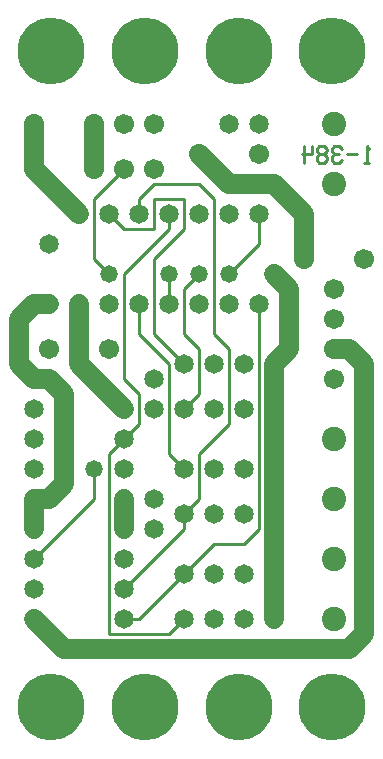
<source format=gbl>
%MOIN*%
%FSLAX25Y25*%
G04 D10 used for Character Trace; *
G04     Circle (OD=.01000) (No hole)*
G04 D11 used for Power Trace; *
G04     Circle (OD=.06700) (No hole)*
G04 D12 used for Signal Trace; *
G04     Circle (OD=.01100) (No hole)*
G04 D13 used for Via; *
G04     Circle (OD=.05800) (Round. Hole ID=.02800)*
G04 D14 used for Component hole; *
G04     Circle (OD=.06500) (Round. Hole ID=.03500)*
G04 D15 used for Component hole; *
G04     Circle (OD=.06700) (Round. Hole ID=.04300)*
G04 D16 used for Component hole; *
G04     Circle (OD=.08100) (Round. Hole ID=.05100)*
G04 D17 used for Component hole; *
G04     Circle (OD=.08900) (Round. Hole ID=.05900)*
G04 D18 used for Component hole; *
G04     Circle (OD=.11300) (Round. Hole ID=.08300)*
G04 D19 used for Component hole; *
G04     Circle (OD=.16000) (Round. Hole ID=.13000)*
G04 D20 used for Component hole; *
G04     Circle (OD=.18300) (Round. Hole ID=.15300)*
G04 D21 used for Component hole; *
G04     Circle (OD=.22291) (Round. Hole ID=.19291)*
%ADD10C,.01000*%
%ADD11C,.06700*%
%ADD12C,.01100*%
%ADD13C,.05800*%
%ADD14C,.06500*%
%ADD15C,.06700*%
%ADD16C,.08100*%
%ADD17C,.08900*%
%ADD18C,.11300*%
%ADD19C,.16000*%
%ADD20C,.18300*%
%ADD21C,.22291*%
%IPPOS*%
%LPD*%
G90*X0Y0D02*D21*X15625Y15625D03*D11*              
X20000Y35000D02*X115000D01*X120000Y40000D01*      
Y130000D01*X115000Y135000D01*X110000D01*D15*D03*  
Y145000D03*Y125000D03*D11*X90000Y130000D02*       
X95000Y135000D01*D14*X90000Y130000D03*D11*        
Y115000D01*D14*D03*D11*Y95000D01*D14*D03*D11*     
Y80000D01*D14*D03*D11*Y60000D01*D14*D03*D11*      
Y45000D01*D14*D03*X80000D03*Y60000D03*D16*        
X110000Y65000D03*D14*X70000Y60000D03*D16*         
X110000Y45000D03*D14*X70000D03*D12*Y70000D02*     
X80000D01*X60000Y60000D02*X70000Y70000D01*D14*    
X60000Y60000D03*D12*X45000Y45000D01*X40000D01*D14*
D03*D12*X35000Y40000D02*X55000D01*X60000Y45000D01*
D14*D03*X40000Y65000D03*Y55000D03*D12*            
X60000Y75000D01*Y80000D01*D14*D03*D12*            
X65000Y85000D01*Y100000D01*X75000Y110000D01*      
Y135000D01*X70000Y140000D01*Y185000D01*           
X65000Y190000D01*X50000D01*X45000Y185000D01*      
Y180000D01*D14*D03*D12*X40000Y175000D02*X50000D01*
X40000D02*X35000Y180000D01*D14*D03*D12*           
X30000Y165000D02*Y185000D01*X35000Y160000D02*     
X30000Y165000D01*D13*X35000Y160000D03*D12*        
X40000Y125000D02*Y160000D01*X45000Y120000D02*     
X40000Y125000D01*X45000Y110000D02*Y120000D01*     
X40000Y105000D02*X45000Y110000D01*D14*            
X40000Y105000D03*D12*X35000Y100000D01*Y40000D01*  
D11*X20000Y35000D02*X10000Y45000D01*D14*D03*      
Y55000D03*Y65000D03*D12*X30000Y85000D01*Y95000D01*
D13*D03*D14*X40000Y85000D03*D11*Y75000D01*D14*D03*
X50000Y85000D03*Y75000D03*X60000Y95000D03*D12*    
X55000Y100000D01*Y130000D01*X45000Y140000D01*     
Y150000D01*D14*D03*D13*X55000Y160000D03*D12*      
Y150000D01*D14*D03*D12*X60000Y140000D02*          
Y155000D01*X65000Y135000D02*X60000Y140000D01*     
X65000Y120000D02*Y135000D01*X60000Y115000D02*     
X65000Y120000D01*D14*X60000Y115000D03*            
X50000Y125000D03*X70000Y115000D03*X50000D03*      
X70000Y130000D03*X60000D03*D12*X50000Y140000D01*  
Y165000D01*X60000Y175000D01*Y185000D01*X50000D01* 
Y175000D01*D14*X55000Y180000D03*D12*Y175000D01*   
X40000Y160000D01*D14*X35000Y150000D03*X25000D03*  
D11*Y135000D01*D15*D03*D11*Y130000D01*            
X40000Y115000D01*D14*D03*D11*X20000Y90000D02*     
Y120000D01*X15000Y85000D02*X20000Y90000D01*       
X10000Y85000D02*X15000D01*D14*X10000D03*D11*      
Y75000D01*D14*D03*Y95000D03*Y105000D03*           
X40000Y95000D03*X10000Y115000D03*D11*             
X20000Y120000D02*X15000Y125000D01*X10000D01*      
X5000Y130000D01*Y145000D01*X10000Y150000D01*      
X15000D01*D14*D03*D15*Y135000D03*X35000D03*D14*   
X15000Y170000D03*X25000Y180000D03*D11*            
X10000Y195000D01*D15*D03*D11*Y210000D01*D15*D03*  
X30000Y195000D03*D11*Y210000D01*D15*D03*X40000D03*
Y195000D03*D12*X30000Y185000D01*D15*              
X50000Y195000D03*Y210000D03*D12*X60000Y155000D02* 
X65000Y160000D01*D13*D03*D14*X75000Y150000D03*D13*
Y160000D03*D12*X85000Y170000D01*Y180000D01*D14*   
D03*D11*X75000Y190000D02*X90000D01*               
X100000Y180000D01*Y165000D01*D15*D03*             
X110000Y155000D03*D11*X95000Y135000D02*Y155000D01*
D14*X80000Y130000D03*X85000Y150000D03*D12*        
Y75000D01*X80000Y70000D01*D14*X70000Y80000D03*    
X80000D03*Y95000D03*X70000D03*D16*                
X110000Y85000D03*Y105000D03*D14*X80000Y115000D03* 
D21*X46875Y15625D03*X78125D03*X109375D03*D14*     
X65000Y150000D03*D11*X95000Y155000D02*            
X90000Y160000D01*D13*D03*D14*X75000Y180000D03*    
X65000D03*D16*X110000Y190000D03*D15*              
X120000Y165000D03*D11*X75000Y190000D02*           
X65000Y200000D01*D15*D03*D14*X75000Y210000D03*D15*
X85000Y200000D03*D14*Y210000D03*D21*              
X78125Y234375D03*D10*X121674Y201914D02*           
X120837Y202871D01*Y197129D01*X121674D02*          
X120000D01*X117511Y200000D02*X114163D01*          
X112511Y201914D02*X111674Y202871D01*X110000D01*   
X109163Y201914D01*Y200957D01*X110000Y200000D01*   
X111674D01*X110000D02*X109163Y199043D01*          
Y198086D01*X110000Y197129D01*X111674D01*          
X112511Y198086D01*X106674Y200000D02*              
X107511Y200957D01*Y201914D01*X106674Y202871D01*   
X105000D01*X104163Y201914D01*Y200957D01*          
X105000Y200000D01*X106674D01*X107511Y199043D01*   
Y198086D01*X106674Y197129D01*X105000D01*          
X104163Y198086D01*Y199043D01*X105000Y200000D01*   
X100000Y202871D02*Y197129D01*X102511Y202871D02*   
Y200000D01*X99163D01*D21*X46875Y234375D03*D16*    
X110000Y210000D03*D21*X109375Y234375D03*X15625D03*
M02*                                              

</source>
